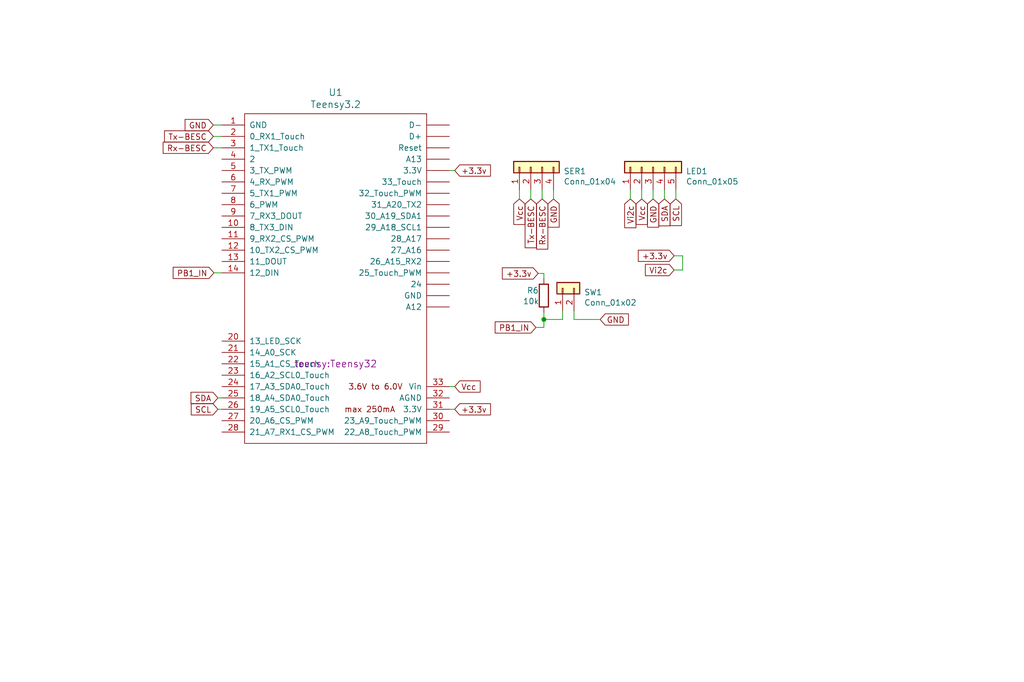
<source format=kicad_sch>
(kicad_sch (version 20211123) (generator eeschema)
  (paper "User" 228.6 152.4)
  (lib_symbols
    (symbol "Connector_Generic:Conn_01x02" (pin_names (offset 1.016) hide)
      (property "Reference" "J" (at 0 2.54 0))
      (property "Value" "Conn_01x02" (at 0 -5.08 0))
      (symbol "Conn_01x02_1_1"
        (rectangle (start -1.27 -2.413) (end 0 -2.667) (stroke (width 0.1524)))
        (rectangle (start -1.27 0.127) (end 0 -0.127) (stroke (width 0.1524)))
        (rectangle (start -1.27 1.27) (end 1.27 -3.81) (stroke (width 0.254)) (fill (type background)))
        (pin passive line (at -5.08 0 0) (length 3.81) (name "Pin_1") (number "1"))
        (pin passive line (at -5.08 -2.54 0) (length 3.81) (name "Pin_2") (number "2"))
      )
    )
    (symbol "Connector_Generic:Conn_01x04" (pin_names (offset 1.016) hide)
      (property "Reference" "J" (at 0 5.08 0))
      (property "Value" "Conn_01x04" (at 0 -7.62 0))
      (symbol "Conn_01x04_1_1"
        (rectangle (start -1.27 -4.953) (end 0 -5.207) (stroke (width 0.1524)))
        (rectangle (start -1.27 -2.413) (end 0 -2.667) (stroke (width 0.1524)))
        (rectangle (start -1.27 0.127) (end 0 -0.127) (stroke (width 0.1524)))
        (rectangle (start -1.27 2.667) (end 0 2.413) (stroke (width 0.1524)))
        (rectangle (start -1.27 3.81) (end 1.27 -6.35) (stroke (width 0.254)) (fill (type background)))
        (pin passive line (at -5.08 2.54 0) (length 3.81) (name "Pin_1") (number "1"))
        (pin passive line (at -5.08 0 0) (length 3.81) (name "Pin_2") (number "2"))
        (pin passive line (at -5.08 -2.54 0) (length 3.81) (name "Pin_3") (number "3"))
        (pin passive line (at -5.08 -5.08 0) (length 3.81) (name "Pin_4") (number "4"))
      )
    )
    (symbol "Connector_Generic:Conn_01x05" (pin_names (offset 1.016) hide)
      (property "Reference" "J" (at 0 7.62 0))
      (property "Value" "Conn_01x05" (at 0 -7.62 0))
      (symbol "Conn_01x05_1_1"
        (rectangle (start -1.27 -4.953) (end 0 -5.207) (stroke (width 0.1524)))
        (rectangle (start -1.27 -2.413) (end 0 -2.667) (stroke (width 0.1524)))
        (rectangle (start -1.27 0.127) (end 0 -0.127) (stroke (width 0.1524)))
        (rectangle (start -1.27 2.667) (end 0 2.413) (stroke (width 0.1524)))
        (rectangle (start -1.27 5.207) (end 0 4.953) (stroke (width 0.1524)))
        (rectangle (start -1.27 6.35) (end 1.27 -6.35) (stroke (width 0.254)) (fill (type background)))
        (pin passive line (at -5.08 5.08 0) (length 3.81) (name "Pin_1") (number "1"))
        (pin passive line (at -5.08 2.54 0) (length 3.81) (name "Pin_2") (number "2"))
        (pin passive line (at -5.08 0 0) (length 3.81) (name "Pin_3") (number "3"))
        (pin passive line (at -5.08 -2.54 0) (length 3.81) (name "Pin_4") (number "4"))
        (pin passive line (at -5.08 -5.08 0) (length 3.81) (name "Pin_5") (number "5"))
      )
    )
    (symbol "Device:R" (pin_numbers hide) (pin_names (offset 0))
      (property "Reference" "R" (at 2.032 0 90))
      (property "Value" "R" (at 0 0 90))
      (symbol "R_0_1"
        (rectangle (start -1.016 -2.54) (end 1.016 2.54) (stroke (width 0.254)))
      )
      (symbol "R_1_1"
        (pin passive line (at 0 3.81 270) (length 1.27) (name "~") (number "1"))
        (pin passive line (at 0 -3.81 90) (length 1.27) (name "~") (number "2"))
      )
    )
    (symbol "teensy:Teensy3.2" (pin_names (offset 1.016))
      (property "Reference" "U" (at 0 39.37 0))
      (property "Value" "Teensy3.2" (at 0 -39.37 0))
      (symbol "Teensy3.2_0_0"
        (text "3.6V to 6.0V" (at 8.89 -24.13 0) (effects (font (size 1.27 1.27))))
        (text "max 250mA" (at 7.62 -29.21 0) (effects (font (size 1.27 1.27))))
      )
      (symbol "Teensy3.2_0_1"
        (rectangle (start -20.32 -36.83) (end 20.32 36.83))
      )
      (symbol "Teensy3.2_1_1"
        (pin power_in line (at -25.4 34.29 0) (length 5.08) (name "GND") (number "1"))
        (pin bidirectional line (at -25.4 11.43 0) (length 5.08) (name "8_TX3_DIN") (number "10"))
        (pin bidirectional line (at -25.4 8.89 0) (length 5.08) (name "9_RX2_CS_PWM") (number "11"))
        (pin bidirectional line (at -25.4 6.35 0) (length 5.08) (name "10_TX2_CS_PWM") (number "12"))
        (pin bidirectional line (at -25.4 3.81 0) (length 5.08) (name "11_DOUT") (number "13"))
        (pin bidirectional line (at -25.4 1.27 0) (length 5.08) (name "12_DIN") (number "14"))
        (pin bidirectional line (at -25.4 31.75 0) (length 5.08) (name "0_RX1_Touch") (number "2"))
        (pin bidirectional line (at -25.4 -13.97 0) (length 5.08) (name "13_LED_SCK") (number "20"))
        (pin bidirectional line (at -25.4 -16.51 0) (length 5.08) (name "14_A0_SCK") (number "21"))
        (pin bidirectional line (at -25.4 -19.05 0) (length 5.08) (name "15_A1_CS_Touch") (number "22"))
        (pin bidirectional line (at -25.4 -21.59 0) (length 5.08) (name "16_A2_SCL0_Touch") (number "23"))
        (pin bidirectional line (at -25.4 -24.13 0) (length 5.08) (name "17_A3_SDA0_Touch") (number "24"))
        (pin bidirectional line (at -25.4 -26.67 0) (length 5.08) (name "18_A4_SDA0_Touch") (number "25"))
        (pin bidirectional line (at -25.4 -29.21 0) (length 5.08) (name "19_A5_SCL0_Touch") (number "26"))
        (pin bidirectional line (at -25.4 -31.75 0) (length 5.08) (name "20_A6_CS_PWM") (number "27"))
        (pin bidirectional line (at -25.4 -34.29 0) (length 5.08) (name "21_A7_RX1_CS_PWM") (number "28"))
        (pin bidirectional line (at 25.4 -34.29 180) (length 5.08) (name "22_A8_Touch_PWM") (number "29"))
        (pin bidirectional line (at -25.4 29.21 0) (length 5.08) (name "1_TX1_Touch") (number "3"))
        (pin bidirectional line (at 25.4 -31.75 180) (length 5.08) (name "23_A9_Touch_PWM") (number "30"))
        (pin power_out line (at 25.4 -29.21 180) (length 5.08) (name "3.3V") (number "31"))
        (pin power_out line (at 25.4 -26.67 180) (length 5.08) (name "AGND") (number "32"))
        (pin power_in line (at 25.4 -24.13 180) (length 5.08) (name "Vin") (number "33"))
        (pin bidirectional line (at -25.4 26.67 0) (length 5.08) (name "2") (number "4"))
        (pin bidirectional line (at -25.4 24.13 0) (length 5.08) (name "3_TX_PWM") (number "5"))
        (pin bidirectional line (at -25.4 21.59 0) (length 5.08) (name "4_RX_PWM") (number "6"))
        (pin bidirectional line (at -25.4 19.05 0) (length 5.08) (name "5_TX1_PWM") (number "7"))
        (pin bidirectional line (at -25.4 16.51 0) (length 5.08) (name "6_PWM") (number "8"))
        (pin bidirectional line (at -25.4 13.97 0) (length 5.08) (name "7_RX3_DOUT") (number "9"))
        (pin bidirectional line (at 25.4 -1.27 180) (length 5.08) (name "24") (number "~"))
        (pin bidirectional line (at 25.4 1.27 180) (length 5.08) (name "25_Touch_PWM") (number "~"))
        (pin bidirectional line (at 25.4 3.81 180) (length 5.08) (name "26_A15_RX2") (number "~"))
        (pin bidirectional line (at 25.4 6.35 180) (length 5.08) (name "27_A16") (number "~"))
        (pin bidirectional line (at 25.4 8.89 180) (length 5.08) (name "28_A17") (number "~"))
        (pin bidirectional line (at 25.4 11.43 180) (length 5.08) (name "29_A18_SCL1") (number "~"))
        (pin power_out line (at 25.4 24.13 180) (length 5.08) (name "3.3V") (number "~"))
        (pin bidirectional line (at 25.4 13.97 180) (length 5.08) (name "30_A19_SDA1") (number "~"))
        (pin bidirectional line (at 25.4 16.51 180) (length 5.08) (name "31_A20_TX2") (number "~"))
        (pin bidirectional line (at 25.4 19.05 180) (length 5.08) (name "32_Touch_PWM") (number "~"))
        (pin bidirectional line (at 25.4 21.59 180) (length 5.08) (name "33_Touch") (number "~"))
        (pin bidirectional line (at 25.4 -6.35 180) (length 5.08) (name "A12") (number "~"))
        (pin bidirectional line (at 25.4 26.67 180) (length 5.08) (name "A13") (number "~"))
        (pin bidirectional line (at 25.4 31.75 180) (length 5.08) (name "D+") (number "~"))
        (pin bidirectional line (at 25.4 34.29 180) (length 5.08) (name "D-") (number "~"))
        (pin power_in line (at 25.4 -3.81 180) (length 5.08) (name "GND") (number "~"))
        (pin input line (at 25.4 29.21 180) (length 5.08) (name "Reset") (number "~"))
      )
    )
  )
  (junction (at 121.412 71.374))
  (wire (pts (xy 128.143 69.469) (xy 128.143 71.374)))
  (wire (pts (xy 49.53 88.9) (xy 48.641 88.9)))
  (wire (pts (xy 143.256 44.45) (xy 143.256 42.418)))
  (wire (pts (xy 49.53 33.02) (xy 47.625 33.02)))
  (wire (pts (xy 140.716 44.45) (xy 140.716 42.418)))
  (wire (pts (xy 49.53 30.48) (xy 47.625 30.48)))
  (wire (pts (xy 152.4 60.325) (xy 150.495 60.325)))
  (wire (pts (xy 101.4984 38.1) (xy 100.33 38.1)))
  (wire (pts (xy 150.495 57.15) (xy 152.4 57.15)))
  (wire (pts (xy 101.4984 91.44) (xy 100.33 91.44)))
  (wire (pts (xy 119.634 73.152) (xy 121.412 73.152)))
  (wire (pts (xy 125.603 71.374) (xy 125.603 69.469)))
  (wire (pts (xy 121.412 61.087) (xy 120.142 61.087)))
  (wire (pts (xy 152.4 57.15) (xy 152.4 60.325)))
  (wire (pts (xy 121.412 71.374) (xy 121.412 69.85)))
  (wire (pts (xy 121.412 73.152) (xy 121.412 71.374)))
  (wire (pts (xy 145.796 44.45) (xy 145.796 42.418)))
  (wire (pts (xy 121.412 71.374) (xy 125.603 71.374)))
  (wire (pts (xy 49.53 27.94) (xy 47.625 27.94)))
  (wire (pts (xy 47.752 60.96) (xy 49.53 60.96)))
  (wire (pts (xy 101.4984 86.36) (xy 100.33 86.36)))
  (wire (pts (xy 121.031 44.45) (xy 121.031 42.418)))
  (wire (pts (xy 49.53 91.44) (xy 48.641 91.44)))
  (wire (pts (xy 128.143 71.374) (xy 133.985 71.374)))
  (wire (pts (xy 118.491 44.45) (xy 118.491 42.418)))
  (wire (pts (xy 123.571 44.45) (xy 123.571 42.418)))
  (wire (pts (xy 121.412 62.23) (xy 121.412 61.087)))
  (wire (pts (xy 150.876 44.45) (xy 150.876 42.418)))
  (wire (pts (xy 148.336 44.45) (xy 148.336 42.418)))
  (wire (pts (xy 115.951 44.45) (xy 115.951 42.418)))
  (global_label "SDA" (shape input) (at 48.641 88.9 180) (property "Intersheet References" "${INTERSHEET_REFS}" (effects hide)))
  (global_label "Vcc" (shape input) (at 115.951 44.45 270) (property "Intersheet References" "${INTERSHEET_REFS}" (effects hide)))
  (global_label "Vi2c" (shape input) (at 140.716 44.45 270) (property "Intersheet References" "${INTERSHEET_REFS}" (effects hide)))
  (global_label "+3.3v" (shape input) (at 150.495 57.15 180) (property "Intersheet References" "${INTERSHEET_REFS}" (effects hide)))
  (global_label "GND" (shape input) (at 145.796 44.45 270) (property "Intersheet References" "${INTERSHEET_REFS}" (effects hide)))
  (global_label "PB1_IN" (shape input) (at 47.752 60.96 180) (property "Intersheet References" "${INTERSHEET_REFS}" (effects hide)))
  (global_label "GND" (shape input) (at 133.985 71.374 0) (property "Intersheet References" "${INTERSHEET_REFS}" (effects hide)))
  (global_label "SCL" (shape input) (at 150.876 44.45 270) (property "Intersheet References" "${INTERSHEET_REFS}" (effects hide)))
  (global_label "Vcc" (shape input) (at 101.4984 86.36 0) (property "Intersheet References" "${INTERSHEET_REFS}" (effects hide)))
  (global_label "Tx-BESC" (shape input) (at 118.491 44.45 270) (property "Intersheet References" "${INTERSHEET_REFS}" (effects hide)))
  (global_label "GND" (shape input) (at 47.625 27.94 180) (property "Intersheet References" "${INTERSHEET_REFS}" (effects hide)))
  (global_label "GND" (shape input) (at 123.571 44.45 270) (property "Intersheet References" "${INTERSHEET_REFS}" (effects hide)))
  (global_label "Tx-BESC" (shape input) (at 47.625 30.48 180) (property "Intersheet References" "${INTERSHEET_REFS}" (effects hide)))
  (global_label "Rx-BESC" (shape input) (at 121.031 44.45 270) (property "Intersheet References" "${INTERSHEET_REFS}" (effects hide)))
  (global_label "PB1_IN" (shape input) (at 119.634 73.152 180) (property "Intersheet References" "${INTERSHEET_REFS}" (effects hide)))
  (global_label "Vi2c" (shape input) (at 150.495 60.325 180) (property "Intersheet References" "${INTERSHEET_REFS}" (effects hide)))
  (global_label "+3.3v" (shape input) (at 101.4984 91.44 0) (property "Intersheet References" "${INTERSHEET_REFS}" (effects hide)))
  (global_label "Vcc" (shape input) (at 143.256 44.45 270) (property "Intersheet References" "${INTERSHEET_REFS}" (effects hide)))
  (global_label "+3.3v" (shape input) (at 101.4984 38.1 0) (property "Intersheet References" "${INTERSHEET_REFS}" (effects hide)))
  (global_label "Rx-BESC" (shape input) (at 47.625 33.02 180) (property "Intersheet References" "${INTERSHEET_REFS}" (effects hide)))
  (global_label "SCL" (shape input) (at 48.641 91.44 180) (property "Intersheet References" "${INTERSHEET_REFS}" (effects hide)))
  (global_label "SDA" (shape input) (at 148.336 44.45 270) (property "Intersheet References" "${INTERSHEET_REFS}" (effects hide)))
  (global_label "+3.3v" (shape input) (at 120.142 61.087 180) (property "Intersheet References" "${INTERSHEET_REFS}" (effects hide)))
  (symbol (lib_id "teensy:Teensy3.2") (at 74.93 62.23 0) (unit 1)
    (property "Reference" "U1" (at 74.93 20.6502 0) (effects (font (size 1.524 1.524))))
    (property "Value" "Teensy3.2" (at 74.93 23.3426 0) (effects (font (size 1.524 1.524))))
    (property "Footprint" "teensy:Teensy32" (at 74.93 81.28 0) (effects (font (size 1.524 1.524))))
  )
  (symbol (lib_id "Device:R") (at 121.412 66.04 0) (unit 1)
    (property "Reference" "R6" (at 117.602 64.897 0) (effects (justify left)))
    (property "Value" "10k" (at 116.713 67.31 0) (effects (justify left)))
    (property "Footprint" "Resistor_SMD:R_0805_2012Metric" (effects hide))
    (property "Datasheet" "https://www.mouser.com/ProductDetail/ROHM-Semiconductor/ESR10EZPF5102?qs=DyUWGjl%252BcVsMTSBF51O24w%3D%3D" (effects hide))
    (property "P/N" "755-ESR10EZPF5102" (effects hide))
    (property "Group#" "11" (effects hide))
  )
  (symbol (lib_id "Connector_Generic:Conn_01x04") (at 118.491 37.338 90) (unit 1)
    (property "Reference" "SER1" (at 125.8062 38.2524 90) (effects (justify right)))
    (property "Value" "Conn_01x04" (at 125.8062 40.5638 90) (effects (justify right)))
    (property "Footprint" "Connector_PinHeader_2.54mm:PinHeader_1x04_P2.54mm_Vertical" (effects hide))
  )
  (symbol (lib_id "Connector_Generic:Conn_01x02") (at 125.603 64.389 90) (unit 1)
    (property "Reference" "SW1" (at 130.3782 65.3034 90) (effects (justify right)))
    (property "Value" "Conn_01x02" (at 130.3782 67.6148 90) (effects (justify right)))
    (property "Footprint" "Button_Switch_THT:my_pushbutton" (effects hide))
    (property "Datasheet" "633-BB15AH" (effects hide))
  )
  (symbol (lib_id "Connector_Generic:Conn_01x05") (at 145.796 37.338 90) (unit 1)
    (property "Reference" "LED1" (at 153.1112 38.2524 90) (effects (justify right)))
    (property "Value" "Conn_01x05" (at 153.1112 40.5638 90) (effects (justify right)))
    (property "Footprint" "Connector_PinHeader_2.54mm:PinHeader_1x05_P2.54mm_Vertical" (effects hide))
  )
)
</source>
